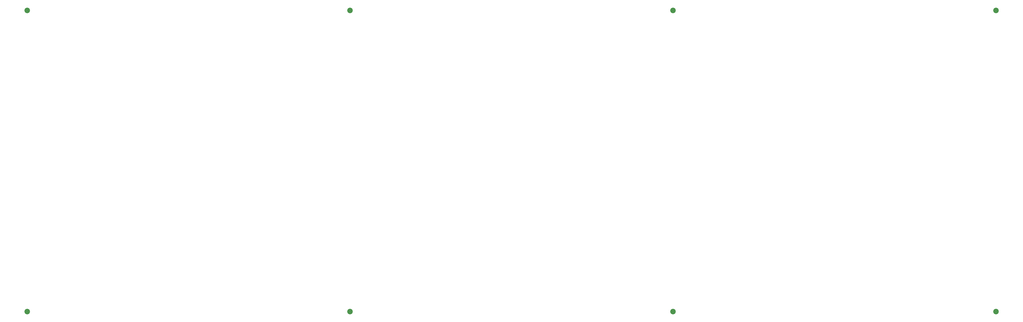
<source format=gts>
%TF.GenerationSoftware,KiCad,Pcbnew,7.0.7*%
%TF.CreationDate,2023-09-25T11:38:33+09:00*%
%TF.ProjectId,Duet-Switch-Tester,44756574-2d53-4776-9974-63682d546573,rev?*%
%TF.SameCoordinates,Original*%
%TF.FileFunction,Soldermask,Top*%
%TF.FilePolarity,Negative*%
%FSLAX46Y46*%
G04 Gerber Fmt 4.6, Leading zero omitted, Abs format (unit mm)*
G04 Created by KiCad (PCBNEW 7.0.7) date 2023-09-25 11:38:33*
%MOMM*%
%LPD*%
G01*
G04 APERTURE LIST*
%ADD10C,2.200000*%
G04 APERTURE END LIST*
D10*
X163681250Y-153593750D03*
X292268750Y-153593750D03*
X292268750Y-33731250D03*
X420856250Y-153593750D03*
X35093750Y-153593750D03*
X163681250Y-33731250D03*
X35093750Y-33731250D03*
X420856250Y-33731250D03*
M02*

</source>
